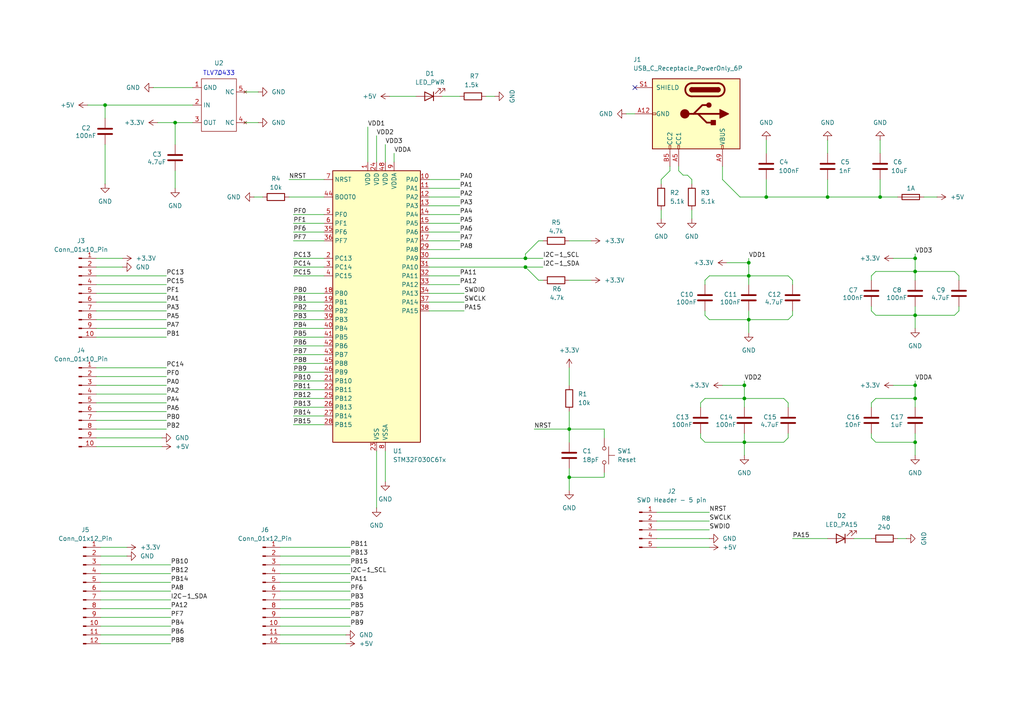
<source format=kicad_sch>
(kicad_sch (version 20231120) (generator "eeschema") (generator_version "8.0")
  (paper "A4")
  (lib_symbols
    (symbol "Connector:Conn_01x05_Pin" (pin_names (offset 1.016) hide)
      (property "Reference" "J" (at 0 7.62 0))
      (property "Value" "Conn_01x05_Pin" (at 0 -7.62 0))
      (symbol "Conn_01x05_Pin_1_1"
        (pin passive line (at 5.08 5.08 180) (length 3.81) (name "Pin_1") (number "1"))
        (pin passive line (at 5.08 2.54 180) (length 3.81) (name "Pin_2") (number "2"))
        (pin passive line (at 5.08 0 180) (length 3.81) (name "Pin_3") (number "3"))
        (pin passive line (at 5.08 -2.54 180) (length 3.81) (name "Pin_4") (number "4"))
        (pin passive line (at 5.08 -5.08 180) (length 3.81) (name "Pin_5") (number "5"))
      )
    )
    (symbol "Connector:Conn_01x10_Pin" (pin_names (offset 1.016) hide)
      (property "Reference" "J" (at 0 12.7 0))
      (property "Value" "Conn_01x10_Pin" (at 0 -15.24 0))
      (symbol "Conn_01x10_Pin_1_1"
        (pin passive line (at 5.08 10.16 180) (length 3.81) (name "Pin_1") (number "1"))
        (pin passive line (at 5.08 -12.7 180) (length 3.81) (name "Pin_10") (number "10"))
        (pin passive line (at 5.08 7.62 180) (length 3.81) (name "Pin_2") (number "2"))
        (pin passive line (at 5.08 5.08 180) (length 3.81) (name "Pin_3") (number "3"))
        (pin passive line (at 5.08 2.54 180) (length 3.81) (name "Pin_4") (number "4"))
        (pin passive line (at 5.08 0 180) (length 3.81) (name "Pin_5") (number "5"))
        (pin passive line (at 5.08 -2.54 180) (length 3.81) (name "Pin_6") (number "6"))
        (pin passive line (at 5.08 -5.08 180) (length 3.81) (name "Pin_7") (number "7"))
        (pin passive line (at 5.08 -7.62 180) (length 3.81) (name "Pin_8") (number "8"))
        (pin passive line (at 5.08 -10.16 180) (length 3.81) (name "Pin_9") (number "9"))
      )
    )
    (symbol "Connector:Conn_01x12_Pin" (pin_names (offset 1.016) hide)
      (property "Reference" "J" (at 0 15.24 0))
      (property "Value" "Conn_01x12_Pin" (at 0 -17.78 0))
      (symbol "Conn_01x12_Pin_1_1"
        (pin passive line (at 5.08 12.7 180) (length 3.81) (name "Pin_1") (number "1"))
        (pin passive line (at 5.08 -10.16 180) (length 3.81) (name "Pin_10") (number "10"))
        (pin passive line (at 5.08 -12.7 180) (length 3.81) (name "Pin_11") (number "11"))
        (pin passive line (at 5.08 -15.24 180) (length 3.81) (name "Pin_12") (number "12"))
        (pin passive line (at 5.08 10.16 180) (length 3.81) (name "Pin_2") (number "2"))
        (pin passive line (at 5.08 7.62 180) (length 3.81) (name "Pin_3") (number "3"))
        (pin passive line (at 5.08 5.08 180) (length 3.81) (name "Pin_4") (number "4"))
        (pin passive line (at 5.08 2.54 180) (length 3.81) (name "Pin_5") (number "5"))
        (pin passive line (at 5.08 0 180) (length 3.81) (name "Pin_6") (number "6"))
        (pin passive line (at 5.08 -2.54 180) (length 3.81) (name "Pin_7") (number "7"))
        (pin passive line (at 5.08 -5.08 180) (length 3.81) (name "Pin_8") (number "8"))
        (pin passive line (at 5.08 -7.62 180) (length 3.81) (name "Pin_9") (number "9"))
      )
    )
    (symbol "Connector:USB_C_Receptacle_PowerOnly_6P" (pin_names (offset 1.016))
      (property "Reference" "J" (at 0 16.51 0))
      (property "Value" "USB_C_Receptacle_PowerOnly_6P" (at 0 13.97 0))
      (symbol "USB_C_Receptacle_PowerOnly_6P_1_1"
        (pin passive line (at 0 -17.78 90) (length 5.08) (name "GND") (number "A12"))
        (pin bidirectional line (at 15.24 -5.08 180) (length 5.08) (name "CC1") (number "A5"))
        (pin passive line (at 15.24 7.62 180) (length 5.08) (name "VBUS") (number "A9"))
        (pin passive line (at 0 -17.78 90) (length 5.08) hide (name "GND") (number "B12"))
        (pin bidirectional line (at 15.24 -7.62 180) (length 5.08) (name "CC2") (number "B5"))
        (pin passive line (at 15.24 7.62 180) (length 5.08) hide (name "VBUS") (number "B9"))
        (pin passive line (at -7.62 -17.78 90) (length 5.08) (name "SHIELD") (number "S1"))
      )
    )
    (symbol "Device:C" (pin_numbers hide) (pin_names (offset 0.254))
      (property "Reference" "C" (at 0.635 2.54 0))
      (property "Value" "C" (at 0.635 -2.54 0))
      (symbol "C_1_1"
        (pin passive line (at 0 3.81 270) (length 2.794) (name "~") (number "1"))
        (pin passive line (at 0 -3.81 90) (length 2.794) (name "~") (number "2"))
      )
    )
    (symbol "Device:Fuse" (pin_numbers hide) (pin_names (offset 0))
      (property "Reference" "F" (at 2.032 0 90))
      (property "Value" "Fuse" (at -1.905 0 90))
      (symbol "Fuse_1_1"
        (pin passive line (at 0 3.81 270) (length 1.27) (name "~") (number "1"))
        (pin passive line (at 0 -3.81 90) (length 1.27) (name "~") (number "2"))
      )
    )
    (symbol "Device:LED" (pin_numbers hide) (pin_names (offset 1.016) hide)
      (property "Reference" "D" (at 0 2.54 0))
      (property "Value" "LED" (at 0 -2.54 0))
      (symbol "LED_1_1"
        (pin passive line (at -3.81 0 0) (length 2.54) (name "K") (number "1"))
        (pin passive line (at 3.81 0 180) (length 2.54) (name "A") (number "2"))
      )
    )
    (symbol "Device:R" (pin_numbers hide) (pin_names (offset 0))
      (property "Reference" "R" (at 2.032 0 90))
      (property "Value" "R" (at 0 0 90))
      (symbol "R_1_1"
        (pin passive line (at 0 3.81 270) (length 1.27) (name "~") (number "1"))
        (pin passive line (at 0 -3.81 90) (length 1.27) (name "~") (number "2"))
      )
    )
    (symbol "MCU_ST_STM32F0:STM32F030C6Tx"
      (property "Reference" "U" (at -12.7 41.91 0))
      (property "Value" "STM32F030C6Tx" (at 7.62 41.91 0))
      (symbol "STM32F030C6Tx_1_1"
        (pin power_in line (at -2.54 43.18 270) (length 2.54) (name "VDD") (number "1"))
        (pin bidirectional line (at 15.24 38.1 180) (length 2.54) (name "PA0") (number "10"))
        (pin bidirectional line (at 15.24 35.56 180) (length 2.54) (name "PA1") (number "11"))
        (pin bidirectional line (at 15.24 33.02 180) (length 2.54) (name "PA2") (number "12"))
        (pin bidirectional line (at 15.24 30.48 180) (length 2.54) (name "PA3") (number "13"))
        (pin bidirectional line (at 15.24 27.94 180) (length 2.54) (name "PA4") (number "14"))
        (pin bidirectional line (at 15.24 25.4 180) (length 2.54) (name "PA5") (number "15"))
        (pin bidirectional line (at 15.24 22.86 180) (length 2.54) (name "PA6") (number "16"))
        (pin bidirectional line (at 15.24 20.32 180) (length 2.54) (name "PA7") (number "17"))
        (pin bidirectional line (at -15.24 5.08 0) (length 2.54) (name "PB0") (number "18"))
        (pin bidirectional line (at -15.24 2.54 0) (length 2.54) (name "PB1") (number "19"))
        (pin bidirectional line (at -15.24 15.24 0) (length 2.54) (name "PC13") (number "2"))
        (pin bidirectional line (at -15.24 0 0) (length 2.54) (name "PB2") (number "20"))
        (pin bidirectional line (at -15.24 -20.32 0) (length 2.54) (name "PB10") (number "21"))
        (pin bidirectional line (at -15.24 -22.86 0) (length 2.54) (name "PB11") (number "22"))
        (pin power_in line (at 0 -40.64 90) (length 2.54) (name "VSS") (number "23"))
        (pin power_in line (at 0 43.18 270) (length 2.54) (name "VDD") (number "24"))
        (pin bidirectional line (at -15.24 -25.4 0) (length 2.54) (name "PB12") (number "25"))
        (pin bidirectional line (at -15.24 -27.94 0) (length 2.54) (name "PB13") (number "26"))
        (pin bidirectional line (at -15.24 -30.48 0) (length 2.54) (name "PB14") (number "27"))
        (pin bidirectional line (at -15.24 -33.02 0) (length 2.54) (name "PB15") (number "28"))
        (pin bidirectional line (at 15.24 17.78 180) (length 2.54) (name "PA8") (number "29"))
        (pin bidirectional line (at -15.24 12.7 0) (length 2.54) (name "PC14") (number "3"))
        (pin bidirectional line (at 15.24 15.24 180) (length 2.54) (name "PA9") (number "30"))
        (pin bidirectional line (at 15.24 12.7 180) (length 2.54) (name "PA10") (number "31"))
        (pin bidirectional line (at 15.24 10.16 180) (length 2.54) (name "PA11") (number "32"))
        (pin bidirectional line (at 15.24 7.62 180) (length 2.54) (name "PA12") (number "33"))
        (pin bidirectional line (at 15.24 5.08 180) (length 2.54) (name "PA13") (number "34"))
        (pin bidirectional line (at -15.24 22.86 0) (length 2.54) (name "PF6") (number "35"))
        (pin bidirectional line (at -15.24 20.32 0) (length 2.54) (name "PF7") (number "36"))
        (pin bidirectional line (at 15.24 2.54 180) (length 2.54) (name "PA14") (number "37"))
        (pin bidirectional line (at 15.24 0 180) (length 2.54) (name "PA15") (number "38"))
        (pin bidirectional line (at -15.24 -2.54 0) (length 2.54) (name "PB3") (number "39"))
        (pin bidirectional line (at -15.24 10.16 0) (length 2.54) (name "PC15") (number "4"))
        (pin bidirectional line (at -15.24 -5.08 0) (length 2.54) (name "PB4") (number "40"))
        (pin bidirectional line (at -15.24 -7.62 0) (length 2.54) (name "PB5") (number "41"))
        (pin bidirectional line (at -15.24 -10.16 0) (length 2.54) (name "PB6") (number "42"))
        (pin bidirectional line (at -15.24 -12.7 0) (length 2.54) (name "PB7") (number "43"))
        (pin input line (at -15.24 33.02 0) (length 2.54) (name "BOOT0") (number "44"))
        (pin bidirectional line (at -15.24 -15.24 0) (length 2.54) (name "PB8") (number "45"))
        (pin bidirectional line (at -15.24 -17.78 0) (length 2.54) (name "PB9") (number "46"))
        (pin passive line (at 0 -40.64 90) (length 2.54) hide (name "VSS") (number "47"))
        (pin power_in line (at 2.54 43.18 270) (length 2.54) (name "VDD") (number "48"))
        (pin bidirectional line (at -15.24 27.94 0) (length 2.54) (name "PF0") (number "5"))
        (pin bidirectional line (at -15.24 25.4 0) (length 2.54) (name "PF1") (number "6"))
        (pin input line (at -15.24 38.1 0) (length 2.54) (name "NRST") (number "7"))
        (pin power_in line (at 2.54 -40.64 90) (length 2.54) (name "VSSA") (number "8"))
        (pin power_in line (at 5.08 43.18 270) (length 2.54) (name "VDDA") (number "9"))
      )
    )
    (symbol "New_Library:TLV70450"
      (property "Reference" "U" (at 2.54 0 0))
      (symbol "TLV70450_1_1"
        (pin input line (at -7.62 5.08 0) (length 2.54) (name "GND") (number "1"))
        (pin input line (at -7.62 0 0) (length 2.54) (name "IN") (number "2"))
        (pin input line (at -7.62 -5.08 0) (length 2.54) (name "OUT") (number "3"))
        (pin no_connect line (at 7.62 -5.08 180) (length 2.54) (name "NC") (number "4"))
        (pin no_connect line (at 7.62 3.81 180) (length 2.54) (name "NC") (number "5"))
      )
    )
    (symbol "Switch:SW_Push" (pin_numbers hide) (pin_names (offset 1.016) hide)
      (property "Reference" "SW" (at 1.27 2.54 0))
      (property "Value" "SW_Push" (at 0 -1.524 0))
      (symbol "SW_Push_0_1"
        (pin passive line (at -5.08 0 0) (length 2.54) (name "1") (number "1"))
        (pin passive line (at 5.08 0 180) (length 2.54) (name "2") (number "2"))
      )
    )
    (symbol "power:+3.3V" (power) (pin_numbers hide) (pin_names (offset 0) hide)
      (property "Value" "+3.3V" (at 0 3.556 0))
      (symbol "+3.3V_1_1"
        (pin power_in line (at 0 0 90) (length 0) (name "~") (number "1"))
      )
    )
    (symbol "power:+5V" (power) (pin_numbers hide) (pin_names (offset 0) hide)
      (property "Value" "+5V" (at 0 3.556 0))
      (symbol "+5V_1_1"
        (pin power_in line (at 0 0 90) (length 0) (name "~") (number "1"))
      )
    )
    (symbol "power:GND" (power) (pin_numbers hide) (pin_names (offset 0) hide)
      (property "Value" "GND" (at 0 -3.81 0))
      (symbol "GND_1_1"
        (pin power_in line (at 0 0 270) (length 0) (name "~") (number "1"))
      )
    )
  )
  (junction (at 30.48 30.48))
  (junction (at 215.9 128.27))
  (junction (at 265.43 74.93))
  (junction (at 240.03 57.15))
  (junction (at 222.25 57.15))
  (junction (at 215.9 111.76))
  (junction (at 265.43 115.57))
  (junction (at 217.17 80.01))
  (junction (at 255.27 57.15))
  (junction (at 265.43 128.27))
  (junction (at 50.8 35.56))
  (junction (at 152.4 74.93))
  (junction (at 265.43 111.76))
  (junction (at 217.17 76.2))
  (junction (at 217.17 92.71))
  (junction (at 152.4 77.47))
  (junction (at 165.1 124.46))
  (junction (at 215.9 115.57))
  (junction (at 265.43 91.44))
  (junction (at 265.43 78.74))
  (junction (at 165.1 138.43))
  (no_connect (at 184.15 25.4))
  (wire (pts (xy 124.46 87.63) (xy 134.62 87.63)))
  (wire (pts (xy 85.09 105.41) (xy 93.98 105.41)))
  (wire (pts (xy 29.21 171.45) (xy 49.53 171.45)))
  (wire (pts (xy 265.43 78.74) (xy 265.43 81.28)))
  (wire (pts (xy 73.66 57.15) (xy 76.2 57.15)))
  (wire (pts (xy 124.46 67.31) (xy 133.35 67.31)))
  (wire (pts (xy 100.33 184.15) (xy 81.28 184.15)))
  (wire (pts (xy 154.94 124.46) (xy 165.1 124.46)))
  (wire (pts (xy 124.46 72.39) (xy 133.35 72.39)))
  (wire (pts (xy 265.43 74.93) (xy 265.43 78.74)))
  (wire (pts (xy 81.28 168.91) (xy 101.6 168.91)))
  (wire (pts (xy 215.9 110.49) (xy 215.9 111.76)))
  (wire (pts (xy 215.9 111.76) (xy 215.9 115.57)))
  (wire (pts (xy 196.85 49.53) (xy 198.12 50.8)))
  (wire (pts (xy 152.4 74.93) (xy 157.48 74.93)))
  (wire (pts (xy 85.09 69.85) (xy 93.98 69.85)))
  (wire (pts (xy 194.31 48.26) (xy 194.31 49.53)))
  (wire (pts (xy 25.4 30.48) (xy 30.48 30.48)))
  (wire (pts (xy 124.46 59.69) (xy 133.35 59.69)))
  (wire (pts (xy 191.77 60.96) (xy 191.77 63.5)))
  (wire (pts (xy 81.28 158.75) (xy 101.6 158.75)))
  (wire (pts (xy 111.76 130.81) (xy 111.76 139.7)))
  (wire (pts (xy 71.12 35.56) (xy 74.93 35.56)))
  (wire (pts (xy 190.5 153.67) (xy 205.74 153.67)))
  (wire (pts (xy 254 78.74) (xy 265.43 78.74)))
  (wire (pts (xy 50.8 49.53) (xy 50.8 54.61)))
  (wire (pts (xy 265.43 125.73) (xy 265.43 128.27)))
  (wire (pts (xy 265.43 110.49) (xy 265.43 111.76)))
  (wire (pts (xy 265.43 115.57) (xy 265.43 118.11)))
  (wire (pts (xy 83.82 52.07) (xy 93.98 52.07)))
  (wire (pts (xy 222.25 57.15) (xy 240.03 57.15)))
  (wire (pts (xy 27.94 119.38) (xy 48.26 119.38)))
  (wire (pts (xy 85.09 95.25) (xy 93.98 95.25)))
  (wire (pts (xy 44.45 25.4) (xy 55.88 25.4)))
  (wire (pts (xy 227.33 128.27) (xy 228.6 127)))
  (wire (pts (xy 81.28 166.37) (xy 101.6 166.37)))
  (wire (pts (xy 124.46 80.01) (xy 133.35 80.01)))
  (wire (pts (xy 124.46 69.85) (xy 133.35 69.85)))
  (wire (pts (xy 100.33 186.69) (xy 81.28 186.69)))
  (wire (pts (xy 205.74 80.01) (xy 217.17 80.01)))
  (wire (pts (xy 204.47 91.44) (xy 205.74 92.71)))
  (wire (pts (xy 124.46 77.47) (xy 152.4 77.47)))
  (wire (pts (xy 203.2 116.84) (xy 204.47 115.57)))
  (wire (pts (xy 29.21 184.15) (xy 49.53 184.15)))
  (wire (pts (xy 255.27 52.07) (xy 255.27 57.15)))
  (wire (pts (xy 217.17 74.93) (xy 217.17 76.2)))
  (wire (pts (xy 203.2 125.73) (xy 203.2 127)))
  (wire (pts (xy 165.1 124.46) (xy 165.1 128.27)))
  (wire (pts (xy 228.6 92.71) (xy 229.87 91.44)))
  (wire (pts (xy 252.73 118.11) (xy 252.73 116.84)))
  (wire (pts (xy 29.21 179.07) (xy 49.53 179.07)))
  (wire (pts (xy 229.87 81.28) (xy 229.87 82.55)))
  (wire (pts (xy 215.9 128.27) (xy 227.33 128.27)))
  (wire (pts (xy 228.6 116.84) (xy 228.6 118.11)))
  (wire (pts (xy 240.03 52.07) (xy 240.03 57.15)))
  (wire (pts (xy 215.9 115.57) (xy 227.33 115.57)))
  (wire (pts (xy 229.87 156.21) (xy 240.03 156.21)))
  (wire (pts (xy 203.2 127) (xy 204.47 128.27)))
  (wire (pts (xy 175.26 124.46) (xy 175.26 127)))
  (wire (pts (xy 265.43 111.76) (xy 265.43 115.57)))
  (wire (pts (xy 124.46 85.09) (xy 134.62 85.09)))
  (wire (pts (xy 85.09 110.49) (xy 93.98 110.49)))
  (wire (pts (xy 252.73 81.28) (xy 252.73 80.01)))
  (wire (pts (xy 205.74 92.71) (xy 217.17 92.71)))
  (wire (pts (xy 209.55 48.26) (xy 209.55 52.07)))
  (wire (pts (xy 124.46 90.17) (xy 134.62 90.17)))
  (wire (pts (xy 229.87 90.17) (xy 229.87 91.44)))
  (wire (pts (xy 217.17 80.01) (xy 228.6 80.01)))
  (wire (pts (xy 27.94 80.01) (xy 48.26 80.01)))
  (wire (pts (xy 85.09 74.93) (xy 93.98 74.93)))
  (wire (pts (xy 254 128.27) (xy 265.43 128.27)))
  (wire (pts (xy 165.1 135.89) (xy 165.1 138.43)))
  (wire (pts (xy 240.03 57.15) (xy 255.27 57.15)))
  (wire (pts (xy 27.94 85.09) (xy 48.26 85.09)))
  (wire (pts (xy 46.99 129.54) (xy 27.94 129.54)))
  (wire (pts (xy 252.73 125.73) (xy 252.73 127)))
  (wire (pts (xy 81.28 181.61) (xy 101.6 181.61)))
  (wire (pts (xy 27.94 92.71) (xy 48.26 92.71)))
  (wire (pts (xy 194.31 49.53) (xy 191.77 52.07)))
  (wire (pts (xy 85.09 102.87) (xy 93.98 102.87)))
  (wire (pts (xy 265.43 128.27) (xy 265.43 132.08)))
  (wire (pts (xy 152.4 77.47) (xy 156.21 81.28)))
  (wire (pts (xy 124.46 52.07) (xy 133.35 52.07)))
  (wire (pts (xy 83.82 57.15) (xy 93.98 57.15)))
  (wire (pts (xy 190.5 151.13) (xy 205.74 151.13)))
  (wire (pts (xy 29.21 173.99) (xy 49.53 173.99)))
  (wire (pts (xy 165.1 69.85) (xy 171.45 69.85)))
  (wire (pts (xy 156.21 69.85) (xy 157.48 69.85)))
  (wire (pts (xy 259.08 111.76) (xy 265.43 111.76)))
  (wire (pts (xy 29.21 176.53) (xy 49.53 176.53)))
  (wire (pts (xy 29.21 186.69) (xy 49.53 186.69)))
  (wire (pts (xy 85.09 67.31) (xy 93.98 67.31)))
  (wire (pts (xy 124.46 62.23) (xy 133.35 62.23)))
  (wire (pts (xy 27.94 116.84) (xy 48.26 116.84)))
  (wire (pts (xy 27.94 124.46) (xy 48.26 124.46)))
  (wire (pts (xy 165.1 138.43) (xy 175.26 138.43)))
  (wire (pts (xy 30.48 41.91) (xy 30.48 53.34)))
  (wire (pts (xy 198.12 50.8) (xy 199.39 50.8)))
  (wire (pts (xy 204.47 82.55) (xy 204.47 81.28)))
  (wire (pts (xy 124.46 54.61) (xy 133.35 54.61)))
  (wire (pts (xy 85.09 92.71) (xy 93.98 92.71)))
  (wire (pts (xy 265.43 91.44) (xy 265.43 95.25)))
  (wire (pts (xy 27.94 82.55) (xy 48.26 82.55)))
  (wire (pts (xy 85.09 118.11) (xy 93.98 118.11)))
  (wire (pts (xy 210.82 76.2) (xy 217.17 76.2)))
  (wire (pts (xy 81.28 179.07) (xy 101.6 179.07)))
  (wire (pts (xy 124.46 57.15) (xy 133.35 57.15)))
  (wire (pts (xy 165.1 124.46) (xy 175.26 124.46)))
  (wire (pts (xy 111.76 41.91) (xy 111.76 46.99)))
  (wire (pts (xy 217.17 76.2) (xy 217.17 80.01)))
  (wire (pts (xy 85.09 120.65) (xy 93.98 120.65)))
  (wire (pts (xy 259.08 74.93) (xy 265.43 74.93)))
  (wire (pts (xy 27.94 121.92) (xy 48.26 121.92)))
  (wire (pts (xy 165.1 81.28) (xy 171.45 81.28)))
  (wire (pts (xy 209.55 111.76) (xy 215.9 111.76)))
  (wire (pts (xy 255.27 57.15) (xy 260.35 57.15)))
  (wire (pts (xy 27.94 95.25) (xy 48.26 95.25)))
  (wire (pts (xy 252.73 80.01) (xy 254 78.74)))
  (wire (pts (xy 81.28 171.45) (xy 101.6 171.45)))
  (wire (pts (xy 27.94 106.68) (xy 48.26 106.68)))
  (wire (pts (xy 45.72 35.56) (xy 50.8 35.56)))
  (wire (pts (xy 190.5 156.21) (xy 205.74 156.21)))
  (wire (pts (xy 128.27 27.94) (xy 133.35 27.94)))
  (wire (pts (xy 276.86 91.44) (xy 278.13 90.17)))
  (wire (pts (xy 124.46 74.93) (xy 152.4 74.93)))
  (wire (pts (xy 27.94 87.63) (xy 48.26 87.63)))
  (wire (pts (xy 190.5 158.75) (xy 205.74 158.75)))
  (wire (pts (xy 152.4 77.47) (xy 157.48 77.47)))
  (wire (pts (xy 190.5 148.59) (xy 205.74 148.59)))
  (wire (pts (xy 113.03 27.94) (xy 120.65 27.94)))
  (wire (pts (xy 199.39 50.8) (xy 200.66 52.07)))
  (wire (pts (xy 165.1 138.43) (xy 165.1 142.24)))
  (wire (pts (xy 124.46 64.77) (xy 133.35 64.77)))
  (wire (pts (xy 196.85 48.26) (xy 196.85 49.53)))
  (wire (pts (xy 203.2 118.11) (xy 203.2 116.84)))
  (wire (pts (xy 27.94 111.76) (xy 48.26 111.76)))
  (wire (pts (xy 27.94 114.3) (xy 48.26 114.3)))
  (wire (pts (xy 204.47 128.27) (xy 215.9 128.27)))
  (wire (pts (xy 228.6 125.73) (xy 228.6 127)))
  (wire (pts (xy 215.9 115.57) (xy 215.9 118.11)))
  (wire (pts (xy 85.09 90.17) (xy 93.98 90.17)))
  (wire (pts (xy 267.97 57.15) (xy 271.78 57.15)))
  (wire (pts (xy 214.63 57.15) (xy 222.25 57.15)))
  (wire (pts (xy 85.09 80.01) (xy 93.98 80.01)))
  (wire (pts (xy 255.27 40.64) (xy 255.27 44.45)))
  (wire (pts (xy 165.1 119.38) (xy 165.1 124.46)))
  (wire (pts (xy 217.17 92.71) (xy 217.17 96.52)))
  (wire (pts (xy 209.55 52.07) (xy 214.63 57.15)))
  (wire (pts (xy 85.09 107.95) (xy 93.98 107.95)))
  (wire (pts (xy 156.21 81.28) (xy 157.48 81.28)))
  (wire (pts (xy 252.73 127) (xy 254 128.27)))
  (wire (pts (xy 85.09 77.47) (xy 93.98 77.47)))
  (wire (pts (xy 217.17 80.01) (xy 217.17 82.55)))
  (wire (pts (xy 260.35 156.21) (xy 262.89 156.21)))
  (wire (pts (xy 204.47 90.17) (xy 204.47 91.44)))
  (wire (pts (xy 29.21 158.75) (xy 36.83 158.75)))
  (wire (pts (xy 109.22 39.37) (xy 109.22 46.99)))
  (wire (pts (xy 114.3 44.45) (xy 114.3 46.99)))
  (wire (pts (xy 265.43 78.74) (xy 276.86 78.74)))
  (wire (pts (xy 85.09 87.63) (xy 93.98 87.63)))
  (wire (pts (xy 252.73 88.9) (xy 252.73 90.17)))
  (wire (pts (xy 85.09 85.09) (xy 93.98 85.09)))
  (wire (pts (xy 215.9 125.73) (xy 215.9 128.27)))
  (wire (pts (xy 254 91.44) (xy 265.43 91.44)))
  (wire (pts (xy 252.73 116.84) (xy 254 115.57)))
  (wire (pts (xy 85.09 97.79) (xy 93.98 97.79)))
  (wire (pts (xy 81.28 173.99) (xy 101.6 173.99)))
  (wire (pts (xy 217.17 92.71) (xy 228.6 92.71)))
  (wire (pts (xy 252.73 90.17) (xy 254 91.44)))
  (wire (pts (xy 204.47 81.28) (xy 205.74 80.01)))
  (wire (pts (xy 29.21 181.61) (xy 49.53 181.61)))
  (wire (pts (xy 50.8 35.56) (xy 50.8 41.91)))
  (wire (pts (xy 81.28 176.53) (xy 101.6 176.53)))
  (wire (pts (xy 81.28 163.83) (xy 101.6 163.83)))
  (wire (pts (xy 247.65 156.21) (xy 252.73 156.21)))
  (wire (pts (xy 27.94 109.22) (xy 48.26 109.22)))
  (wire (pts (xy 278.13 88.9) (xy 278.13 90.17)))
  (wire (pts (xy 46.99 127) (xy 27.94 127)))
  (wire (pts (xy 71.12 26.67) (xy 74.93 26.67)))
  (wire (pts (xy 30.48 30.48) (xy 30.48 34.29)))
  (wire (pts (xy 85.09 113.03) (xy 93.98 113.03)))
  (wire (pts (xy 152.4 73.66) (xy 152.4 74.93)))
  (wire (pts (xy 200.66 52.07) (xy 200.66 53.34)))
  (wire (pts (xy 85.09 100.33) (xy 93.98 100.33)))
  (wire (pts (xy 175.26 137.16) (xy 175.26 138.43)))
  (wire (pts (xy 204.47 115.57) (xy 215.9 115.57)))
  (wire (pts (xy 191.77 52.07) (xy 191.77 53.34)))
  (wire (pts (xy 140.97 27.94) (xy 143.51 27.94)))
  (wire (pts (xy 85.09 62.23) (xy 93.98 62.23)))
  (wire (pts (xy 165.1 106.68) (xy 165.1 111.76)))
  (wire (pts (xy 265.43 91.44) (xy 276.86 91.44)))
  (wire (pts (xy 29.21 163.83) (xy 49.53 163.83)))
  (wire (pts (xy 240.03 40.64) (xy 240.03 44.45)))
  (wire (pts (xy 228.6 80.01) (xy 229.87 81.28)))
  (wire (pts (xy 29.21 168.91) (xy 49.53 168.91)))
  (wire (pts (xy 85.09 115.57) (xy 93.98 115.57)))
  (wire (pts (xy 109.22 130.81) (xy 109.22 147.32)))
  (wire (pts (xy 27.94 90.17) (xy 48.26 90.17)))
  (wire (pts (xy 152.4 73.66) (xy 156.21 69.85)))
  (wire (pts (xy 27.94 97.79) (xy 48.26 97.79)))
  (wire (pts (xy 222.25 40.64) (xy 222.25 44.45)))
  (wire (pts (xy 30.48 30.48) (xy 55.88 30.48)))
  (wire (pts (xy 106.68 36.83) (xy 106.68 46.99)))
  (wire (pts (xy 200.66 60.96) (xy 200.66 63.5)))
  (wire (pts (xy 50.8 35.56) (xy 55.88 35.56)))
  (wire (pts (xy 265.43 73.66) (xy 265.43 74.93)))
  (wire (pts (xy 85.09 64.77) (xy 93.98 64.77)))
  (wire (pts (xy 124.46 82.55) (xy 133.35 82.55)))
  (wire (pts (xy 227.33 115.57) (xy 228.6 116.84)))
  (wire (pts (xy 215.9 128.27) (xy 215.9 132.08)))
  (wire (pts (xy 278.13 80.01) (xy 278.13 81.28)))
  (wire (pts (xy 27.94 77.47) (xy 35.56 77.47)))
  (wire (pts (xy 254 115.57) (xy 265.43 115.57)))
  (wire (pts (xy 85.09 123.19) (xy 93.98 123.19)))
  (wire (pts (xy 29.21 161.29) (xy 36.83 161.29)))
  (wire (pts (xy 27.94 74.93) (xy 35.56 74.93)))
  (wire (pts (xy 217.17 90.17) (xy 217.17 92.71)))
  (wire (pts (xy 181.61 33.02) (xy 184.15 33.02)))
  (wire (pts (xy 81.28 161.29) (xy 101.6 161.29)))
  (wire (pts (xy 276.86 78.74) (xy 278.13 80.01)))
  (wire (pts (xy 29.21 166.37) (xy 49.53 166.37)))
  (wire (pts (xy 222.25 52.07) (xy 222.25 57.15)))
  (wire (pts (xy 265.43 88.9) (xy 265.43 91.44)))
  (text "TLV70433" (at 63.5 21.336 0) (effects (font (size 1.27 1.27))))
  (label "PB0" (at 85.09 85.09 0))
  (label "PB14" (at 85.09 120.65 0))
  (label "NRST" (at 154.94 124.46 0))
  (label "PA3" (at 133.35 59.69 0))
  (label "PB11" (at 85.09 113.03 0))
  (label "PB12" (at 49.53 166.37 0))
  (label "SWDIO" (at 205.74 153.67 0))
  (label "PB5" (at 85.09 97.79 0))
  (label "PB13" (at 101.6 161.29 0))
  (label "PB8" (at 49.53 186.69 0))
  (label "PB10" (at 49.53 163.83 0))
  (label "PB13" (at 85.09 118.11 0))
  (label "PA2" (at 133.35 57.15 0))
  (label "SWDIO" (at 134.62 85.09 0))
  (label "PA5" (at 133.35 64.77 0))
  (label "SWCLK" (at 134.62 87.63 0))
  (label "PC15" (at 48.26 82.55 0))
  (label "PB7" (at 85.09 102.87 0))
  (label "I2C-1_SDA" (at 49.53 173.99 0))
  (label "VDDA" (at 265.43 110.49 0))
  (label "PA12" (at 49.53 176.53 0))
  (label "PB5" (at 101.6 176.53 0))
  (label "I2C-1_SCL" (at 101.6 166.37 0))
  (label "NRST" (at 205.74 148.59 0))
  (label "PF0" (at 85.09 62.23 0))
  (label "PA4" (at 133.35 62.23 0))
  (label "SWCLK" (at 205.74 151.13 0))
  (label "PF1" (at 48.26 85.09 0))
  (label "PC15" (at 85.09 80.01 0))
  (label "PC14" (at 85.09 77.47 0))
  (label "VDD1" (at 217.17 74.93 0))
  (label "PA4" (at 48.26 116.84 0))
  (label "NRST" (at 83.82 52.07 0))
  (label "PB9" (at 101.6 181.61 0))
  (label "PB12" (at 85.09 115.57 0))
  (label "PB2" (at 48.26 124.46 0))
  (label "VDD2" (at 215.9 110.49 0))
  (label "PB4" (at 85.09 95.25 0))
  (label "PA0" (at 133.35 52.07 0))
  (label "PB3" (at 101.6 173.99 0))
  (label "PA7" (at 133.35 69.85 0))
  (label "I2C-1_SCL" (at 157.48 74.93 0))
  (label "PA3" (at 48.26 90.17 0))
  (label "PA6" (at 133.35 67.31 0))
  (label "PF1" (at 85.09 64.77 0))
  (label "PB15" (at 85.09 123.19 0))
  (label "PC14" (at 48.26 106.68 0))
  (label "PA2" (at 48.26 114.3 0))
  (label "PC13" (at 48.26 80.01 0))
  (label "VDD2" (at 109.22 39.37 0))
  (label "I2C-1_SDA" (at 157.48 77.47 0))
  (label "PF7" (at 49.53 179.07 0))
  (label "PA15" (at 134.62 90.17 0))
  (label "PF7" (at 85.09 69.85 0))
  (label "VDDA" (at 114.3 44.45 0))
  (label "VDD3" (at 265.43 73.66 0))
  (label "VDD3" (at 111.76 41.91 0))
  (label "PF0" (at 48.26 109.22 0))
  (label "PA0" (at 48.26 111.76 0))
  (label "PA1" (at 133.35 54.61 0))
  (label "PB2" (at 85.09 90.17 0))
  (label "PA7" (at 48.26 95.25 0))
  (label "PB14" (at 49.53 168.91 0))
  (label "PB6" (at 85.09 100.33 0))
  (label "PA8" (at 49.53 171.45 0))
  (label "PF6" (at 85.09 67.31 0))
  (label "PA11" (at 101.6 168.91 0))
  (label "PB15" (at 101.6 163.83 0))
  (label "PA5" (at 48.26 92.71 0))
  (label "PC13" (at 85.09 74.93 0))
  (label "VDD1" (at 106.68 36.83 0))
  (label "PB9" (at 85.09 107.95 0))
  (label "PB7" (at 101.6 179.07 0))
  (label "PA6" (at 48.26 119.38 0))
  (label "PB3" (at 85.09 92.71 0))
  (label "PB1" (at 85.09 87.63 0))
  (label "PB10" (at 85.09 110.49 0))
  (label "PA8" (at 133.35 72.39 0))
  (label "PA11" (at 133.35 80.01 0))
  (label "PB8" (at 85.09 105.41 0))
  (label "PA15" (at 229.87 156.21 0))
  (label "PF6" (at 101.6 171.45 0))
  (label "PB4" (at 49.53 181.61 0))
  (label "PA1" (at 48.26 87.63 0))
  (label "PB0" (at 48.26 121.92 0))
  (label "PB6" (at 49.53 184.15 0))
  (label "PB11" (at 101.6 158.75 0))
  (label "PB1" (at 48.26 97.79 0))
  (label "PA12" (at 133.35 82.55 0))
  (symbol (lib_id "New_Library:TLV70450") (at 63.5 30.48 0) (unit 1)
    (property "Reference" "U2" (at 63.5 18.288 0))
    (property "Value" "~" (at 63.5 21.59 0))
    (property "Footprint" "Package_TO_SOT_SMD:SOT-23-5" (effects (hide yes)))
  )
  (symbol (lib_id "power:+3.3V") (at 165.1 106.68 0) (unit 1)
    (property "Reference" "#PWR02" (effects (hide yes)))
    (property "Value" "+3.3V" (at 165.1 101.6 0))
    (property "Description" "Power symbol creates a global label with name \"+3.3V\"" (effects (hide yes)))
  )
  (symbol (lib_id "MCU_ST_STM32F0:STM32F030C6Tx") (at 109.22 90.17 0) (unit 1)
    (property "Reference" "U1" (at 113.9541 130.81 0) (effects (justify left)))
    (property "Value" "STM32F030C6Tx" (at 113.9541 133.35 0) (effects (justify left)))
    (property "Footprint" "Package_QFP:LQFP-48_7x7mm_P0.5mm" (effects (hide yes)))
    (property "Datasheet" "https://www.st.com/resource/en/datasheet/stm32f030c6.pdf" (effects (hide yes)))
    (property "Description" "STMicroelectronics Arm Cortex-M0 MCU, 32KB flash, 4KB RAM, 48 MHz, 2.4-3.6V, 39 GPIO, LQFP48" (effects (hide yes)))
  )
  (symbol (lib_id "Device:Fuse") (at 264.16 57.15 90) (unit 1)
    (property "Reference" "F1" (effects (hide yes)))
    (property "Value" "1A" (at 264.16 54.61 90))
    (property "Footprint" "Library:1A Fuse" (effects (hide yes)))
    (property "Description" "Fuse" (effects (hide yes)))
  )
  (symbol (lib_id "power:+5V") (at 113.03 27.94 90) (unit 1)
    (property "Reference" "#PWR033" (effects (hide yes)))
    (property "Value" "+5V" (at 109.22 27.9399 90) (effects (justify left)))
    (property "Description" "Power symbol creates a global label with name \"+5V\"" (effects (hide yes)))
  )
  (symbol (lib_id "power:GND") (at 74.93 35.56 90) (unit 1)
    (property "Reference" "#PWR011" (effects (hide yes)))
    (property "Value" "GND" (at 78.74 35.5599 90) (effects (justify right)))
    (property "Description" "Power symbol creates a global label with name \"GND\" , ground" (effects (hide yes)))
  )
  (symbol (lib_id "power:GND") (at 44.45 25.4 270) (unit 1)
    (property "Reference" "#PWR08" (effects (hide yes)))
    (property "Value" "GND" (at 40.64 25.3999 90) (effects (justify right)))
    (property "Description" "Power symbol creates a global label with name \"GND\" , ground" (effects (hide yes)))
  )
  (symbol (lib_id "Connector:Conn_01x05_Pin") (at 185.42 153.67 0) (unit 1)
    (property "Reference" "J2" (at 194.818 142.494 0))
    (property "Value" "SWD Header - 5 pin" (at 194.818 145.034 0))
    (property "Footprint" "Connector_PinHeader_2.54mm:PinHeader_1x05_P2.54mm_Vertical" (effects (hide yes)))
    (property "Description" "Generic connector, single row, 01x05, script generated" (effects (hide yes)))
  )
  (symbol (lib_id "Connector:USB_C_Receptacle_PowerOnly_6P") (at 201.93 33.02 270) (unit 1)
    (property "Reference" "J1" (at 183.642 17.272 90) (effects (justify left)))
    (property "Value" "USB_C_Receptacle_PowerOnly_6P" (at 183.642 19.812 90) (effects (justify left)))
    (property "Footprint" "Connector_USB:USB_C_Receptacle_GCT_USB4125-xx-x_6P_TopMnt_Horizontal" (effects (hide yes)))
    (property "Datasheet" "https://www.usb.org/sites/default/files/documents/usb_type-c.zip" (effects (hide yes)))
    (property "Description" "USB Power-Only 6P Type-C Receptacle connector" (effects (hide yes)))
  )
  (symbol (lib_id "power:+5V") (at 25.4 30.48 90) (unit 1)
    (property "Reference" "#PWR07" (effects (hide yes)))
    (property "Value" "+5V" (at 21.59 30.4799 90) (effects (justify left)))
    (property "Description" "Power symbol creates a global label with name \"+5V\"" (effects (hide yes)))
  )
  (symbol (lib_id "power:GND") (at 200.66 63.5 0) (unit 1)
    (property "Reference" "#PWR012" (effects (hide yes)))
    (property "Value" "GND" (at 200.66 68.58 0))
    (property "Description" "Power symbol creates a global label with name \"GND\" , ground" (effects (hide yes)))
  )
  (symbol (lib_id "Device:R") (at 191.77 57.15 0) (unit 1)
    (property "Reference" "R2" (at 194.31 55.8799 0) (effects (justify left)))
    (property "Value" "5.1k" (at 194.31 58.4199 0) (effects (justify left)))
    (property "Footprint" "Resistor_SMD:R_0603_1608Metric" (effects (hide yes)))
    (property "Description" "Resistor" (effects (hide yes)))
  )
  (symbol (lib_id "power:GND") (at 181.61 33.02 270) (unit 1)
    (property "Reference" "#PWR04" (effects (hide yes)))
    (property "Value" "GND" (at 177.8 33.0199 90) (effects (justify right)))
    (property "Description" "Power symbol creates a global label with name \"GND\" , ground" (effects (hide yes)))
  )
  (symbol (lib_id "power:+3.3V") (at 36.83 158.75 270) (unit 1)
    (property "Reference" "#PWR039" (effects (hide yes)))
    (property "Value" "+3.3V" (at 40.64 158.7499 90) (effects (justify left)))
    (property "Description" "Power symbol creates a global label with name \"+3.3V\"" (effects (hide yes)))
  )
  (symbol (lib_id "Device:C") (at 255.27 48.26 0) (unit 1)
    (property "Reference" "C6" (at 260.35 46.99 0))
    (property "Value" "10uF" (at 260.858 49.53 0))
    (property "Footprint" "Capacitor_SMD:C_0805_2012Metric" (effects (hide yes)))
    (property "Description" "Unpolarized capacitor" (effects (hide yes)))
  )
  (symbol (lib_id "Device:C") (at 30.48 38.1 180) (unit 1)
    (property "Reference" "C2" (at 24.9555 37.1475 0))
    (property "Value" "100nF" (at 24.892 39.37 0))
    (property "Footprint" "Capacitor_SMD:C_0603_1608Metric" (effects (hide yes)))
    (property "Description" "Unpolarized capacitor" (effects (hide yes)))
  )
  (symbol (lib_id "Device:C") (at 240.03 48.26 0) (unit 1)
    (property "Reference" "C5" (at 245.11 46.99 0))
    (property "Value" "1nF" (at 245.11 49.53 0))
    (property "Footprint" "Capacitor_SMD:C_0603_1608Metric" (effects (hide yes)))
    (property "Description" "Unpolarized capacitor" (effects (hide yes)))
  )
  (symbol (lib_id "power:+3.3V") (at 45.72 35.56 90) (unit 1)
    (property "Reference" "#PWR017" (effects (hide yes)))
    (property "Value" "+3.3V" (at 41.91 35.5599 90) (effects (justify left)))
    (property "Description" "Power symbol creates a global label with name \"+3.3V\"" (effects (hide yes)))
  )
  (symbol (lib_id "power:+3.3V") (at 171.45 81.28 270) (unit 1)
    (property "Reference" "#PWR031" (effects (hide yes)))
    (property "Value" "+3.3V" (at 175.26 81.2799 90) (effects (justify left)))
    (property "Description" "Power symbol creates a global label with name \"+3.3V\"" (effects (hide yes)))
  )
  (symbol (lib_id "Device:C") (at 252.73 121.92 180) (unit 1)
    (property "Reference" "C16" (at 247.4595 120.9675 0))
    (property "Value" "10nF" (at 247.396 123.19 0))
    (property "Footprint" "Capacitor_SMD:C_0603_1608Metric" (effects (hide yes)))
    (property "Description" "Unpolarized capacitor" (effects (hide yes)))
  )
  (symbol (lib_id "power:GND") (at 36.83 161.29 90) (unit 1)
    (property "Reference" "#PWR040" (effects (hide yes)))
    (property "Value" "GND" (at 40.64 161.2899 90) (effects (justify right)))
    (property "Description" "Power symbol creates a global label with name \"GND\" , ground" (effects (hide yes)))
  )
  (symbol (lib_id "power:+5V") (at 271.78 57.15 270) (unit 1)
    (property "Reference" "#PWR013" (effects (hide yes)))
    (property "Value" "+5V" (at 275.59 57.1499 90) (effects (justify left)))
    (property "Description" "Power symbol creates a global label with name \"+5V\"" (effects (hide yes)))
  )
  (symbol (lib_id "Device:C") (at 165.1 132.08 0) (unit 1)
    (property "Reference" "C1" (at 168.91 130.8099 0) (effects (justify left)))
    (property "Value" "18pF" (at 168.91 133.3499 0) (effects (justify left)))
    (property "Footprint" "Capacitor_SMD:C_0603_1608Metric" (effects (hide yes)))
    (property "Description" "Unpolarized capacitor" (effects (hide yes)))
  )
  (symbol (lib_id "Device:C") (at 228.6 121.92 180) (unit 1)
    (property "Reference" "C15" (at 223.3295 120.9675 0))
    (property "Value" "4.7uF" (at 223.266 123.19 0))
    (property "Footprint" "Capacitor_SMD:C_0603_1608Metric" (effects (hide yes)))
    (property "Description" "Unpolarized capacitor" (effects (hide yes)))
  )
  (symbol (lib_id "power:+3.3V") (at 259.08 74.93 90) (unit 1)
    (property "Reference" "#PWR022" (effects (hide yes)))
    (property "Value" "+3.3V" (at 255.27 74.9299 90) (effects (justify left)))
    (property "Description" "Power symbol creates a global label with name \"+3.3V\"" (effects (hide yes)))
  )
  (symbol (lib_id "power:GND") (at 222.25 40.64 180) (unit 1)
    (property "Reference" "#PWR015" (effects (hide yes)))
    (property "Value" "GND" (at 222.25 35.56 0))
    (property "Description" "Power symbol creates a global label with name \"GND\" , ground" (effects (hide yes)))
  )
  (symbol (lib_id "power:GND") (at 143.51 27.94 90) (unit 1)
    (property "Reference" "#PWR032" (effects (hide yes)))
    (property "Value" "GND" (at 148.59 27.94 0))
    (property "Description" "Power symbol creates a global label with name \"GND\" , ground" (effects (hide yes)))
  )
  (symbol (lib_id "Device:C") (at 252.73 85.09 180) (unit 1)
    (property "Reference" "C7" (at 247.4595 84.1375 0))
    (property "Value" "100nF" (at 247.396 86.36 0))
    (property "Footprint" "Capacitor_SMD:C_0603_1608Metric" (effects (hide yes)))
    (property "Description" "Unpolarized capacitor" (effects (hide yes)))
  )
  (symbol (lib_id "power:GND") (at 109.22 147.32 0) (unit 1)
    (property "Reference" "#PWR01" (effects (hide yes)))
    (property "Value" "GND" (at 109.22 152.4 0))
    (property "Description" "Power symbol creates a global label with name \"GND\" , ground" (effects (hide yes)))
  )
  (symbol (lib_id "Device:LED") (at 124.46 27.94 180) (unit 1)
    (property "Reference" "D1" (at 124.714 21.336 0))
    (property "Value" "LED_PWR" (at 124.714 23.876 0))
    (property "Footprint" "LED_SMD:LED_0603_1608Metric" (effects (hide yes)))
    (property "Description" "Light emitting diode" (effects (hide yes)))
  )
  (symbol (lib_id "Device:R") (at 161.29 81.28 90) (unit 1)
    (property "Reference" "R6" (at 161.544 83.82 90))
    (property "Value" "4.7k" (at 161.544 86.36 90))
    (property "Footprint" "Resistor_SMD:R_1206_3216Metric" (effects (hide yes)))
    (property "Description" "Resistor" (effects (hide yes)))
  )
  (symbol (lib_id "Connector:Conn_01x12_Pin") (at 24.13 171.45 0) (unit 1)
    (property "Reference" "J5" (at 24.765 153.67 0))
    (property "Value" "Conn_01x12_Pin" (at 24.765 156.21 0))
    (property "Footprint" "Connector_PinHeader_2.54mm:PinHeader_1x12_P2.54mm_Vertical" (effects (hide yes)))
    (property "Description" "Generic connector, single row, 01x12, script generated" (effects (hide yes)))
  )
  (symbol (lib_id "Device:C") (at 222.25 48.26 0) (unit 1)
    (property "Reference" "C4" (at 227.33 46.99 0))
    (property "Value" "100nF" (at 228.854 49.53 0))
    (property "Footprint" "Capacitor_SMD:C_0603_1608Metric" (effects (hide yes)))
    (property "Description" "Unpolarized capacitor" (effects (hide yes)))
  )
  (symbol (lib_id "power:GND") (at 74.93 26.67 90) (unit 1)
    (property "Reference" "#PWR010" (effects (hide yes)))
    (property "Value" "GND" (at 78.74 26.6699 90) (effects (justify right)))
    (property "Description" "Power symbol creates a global label with name \"GND\" , ground" (effects (hide yes)))
  )
  (symbol (lib_id "Device:R") (at 80.01 57.15 90) (unit 1)
    (property "Reference" "R4" (at 80.01 51.816 90))
    (property "Value" "10k" (at 80.01 54.356 90))
    (property "Footprint" "Resistor_SMD:R_1206_3216Metric" (effects (hide yes)))
    (property "Description" "Resistor" (effects (hide yes)))
  )
  (symbol (lib_id "power:GND") (at 215.9 132.08 0) (unit 1)
    (property "Reference" "#PWR020" (effects (hide yes)))
    (property "Value" "GND" (at 215.9 137.16 0))
    (property "Description" "Power symbol creates a global label with name \"GND\" , ground" (effects (hide yes)))
  )
  (symbol (lib_id "power:GND") (at 262.89 156.21 90) (unit 1)
    (property "Reference" "#PWR035" (effects (hide yes)))
    (property "Value" "GND" (at 267.97 156.21 0))
    (property "Description" "Power symbol creates a global label with name \"GND\" , ground" (effects (hide yes)))
  )
  (symbol (lib_id "power:GND") (at 46.99 127 90) (unit 1)
    (property "Reference" "#PWR037" (effects (hide yes)))
    (property "Value" "GND" (at 50.8 126.9999 90) (effects (justify right)))
    (property "Description" "Power symbol creates a global label with name \"GND\" , ground" (effects (hide yes)))
  )
  (symbol (lib_id "power:GND") (at 205.74 156.21 90) (unit 1)
    (property "Reference" "#PWR029" (effects (hide yes)))
    (property "Value" "GND" (at 209.55 156.2099 90) (effects (justify right)))
    (property "Description" "Power symbol creates a global label with name \"GND\" , ground" (effects (hide yes)))
  )
  (symbol (lib_id "Device:R") (at 200.66 57.15 0) (unit 1)
    (property "Reference" "R3" (at 203.2 55.8799 0) (effects (justify left)))
    (property "Value" "5.1k" (at 203.2 58.4199 0) (effects (justify left)))
    (property "Footprint" "Resistor_SMD:R_0603_1608Metric" (effects (hide yes)))
    (property "Description" "Resistor" (effects (hide yes)))
  )
  (symbol (lib_id "power:GND") (at 50.8 54.61 0) (unit 1)
    (property "Reference" "#PWR09" (effects (hide yes)))
    (property "Value" "GND" (at 50.8 59.69 0))
    (property "Description" "Power symbol creates a global label with name \"GND\" , ground" (effects (hide yes)))
  )
  (symbol (lib_id "power:GND") (at 217.17 96.52 0) (unit 1)
    (property "Reference" "#PWR019" (effects (hide yes)))
    (property "Value" "GND" (at 217.17 101.6 0))
    (property "Description" "Power symbol creates a global label with name \"GND\" , ground" (effects (hide yes)))
  )
  (symbol (lib_id "Device:LED") (at 243.84 156.21 180) (unit 1)
    (property "Reference" "D2" (at 244.094 149.606 0))
    (property "Value" "LED_PA15" (at 244.094 152.146 0))
    (property "Footprint" "LED_SMD:LED_0603_1608Metric" (effects (hide yes)))
    (property "Description" "Light emitting diode" (effects (hide yes)))
  )
  (symbol (lib_id "power:GND") (at 111.76 139.7 0) (unit 1)
    (property "Reference" "#PWR027" (effects (hide yes)))
    (property "Value" "GND" (at 111.76 144.78 0))
    (property "Description" "Power symbol creates a global label with name \"GND\" , ground" (effects (hide yes)))
  )
  (symbol (lib_id "power:+3.3V") (at 209.55 111.76 90) (unit 1)
    (property "Reference" "#PWR023" (effects (hide yes)))
    (property "Value" "+3.3V" (at 205.74 111.7599 90) (effects (justify left)))
    (property "Description" "Power symbol creates a global label with name \"+3.3V\"" (effects (hide yes)))
  )
  (symbol (lib_id "power:GND") (at 100.33 184.15 90) (unit 1)
    (property "Reference" "#PWR041" (effects (hide yes)))
    (property "Value" "GND" (at 104.14 184.1499 90) (effects (justify right)))
    (property "Description" "Power symbol creates a global label with name \"GND\" , ground" (effects (hide yes)))
  )
  (symbol (lib_id "power:GND") (at 165.1 142.24 0) (unit 1)
    (property "Reference" "#PWR03" (effects (hide yes)))
    (property "Value" "GND" (at 165.1 147.32 0))
    (property "Description" "Power symbol creates a global label with name \"GND\" , ground" (effects (hide yes)))
  )
  (symbol (lib_id "Device:R") (at 137.16 27.94 90) (unit 1)
    (property "Reference" "R7" (at 138.938 22.098 90) (effects (justify left)))
    (property "Value" "1.5k" (at 138.938 24.638 90) (effects (justify left)))
    (property "Footprint" "Resistor_SMD:R_0603_1608Metric" (effects (hide yes)))
    (property "Description" "Resistor" (effects (hide yes)))
  )
  (symbol (lib_id "power:GND") (at 265.43 95.25 0) (unit 1)
    (property "Reference" "#PWR018" (effects (hide yes)))
    (property "Value" "GND" (at 265.43 100.33 0))
    (property "Description" "Power symbol creates a global label with name \"GND\" , ground" (effects (hide yes)))
  )
  (symbol (lib_id "Device:R") (at 165.1 115.57 0) (unit 1)
    (property "Reference" "R1" (at 167.64 114.2999 0) (effects (justify left)))
    (property "Value" "10k" (at 167.64 116.8399 0) (effects (justify left)))
    (property "Footprint" "Resistor_SMD:R_1206_3216Metric" (effects (hide yes)))
    (property "Description" "Resistor" (effects (hide yes)))
  )
  (symbol (lib_id "power:+5V") (at 100.33 186.69 270) (unit 1)
    (property "Reference" "#PWR042" (effects (hide yes)))
    (property "Value" "+5V" (at 104.14 186.6899 90) (effects (justify left)))
    (property "Description" "Power symbol creates a global label with name \"+5V\"" (effects (hide yes)))
  )
  (symbol (lib_id "power:GND") (at 35.56 77.47 90) (unit 1)
    (property "Reference" "#PWR036" (effects (hide yes)))
    (property "Value" "GND" (at 39.37 77.4699 90) (effects (justify right)))
    (property "Description" "Power symbol creates a global label with name \"GND\" , ground" (effects (hide yes)))
  )
  (symbol (lib_id "Connector:Conn_01x12_Pin") (at 76.2 171.45 0) (unit 1)
    (property "Reference" "J6" (at 76.835 153.67 0))
    (property "Value" "Conn_01x12_Pin" (at 76.835 156.21 0))
    (property "Footprint" "Connector_PinHeader_2.54mm:PinHeader_1x12_P2.54mm_Vertical" (effects (hide yes)))
    (property "Description" "Generic connector, single row, 01x12, script generated" (effects (hide yes)))
  )
  (symbol (lib_id "Device:R") (at 161.29 69.85 90) (unit 1)
    (property "Reference" "R5" (at 161.29 64.516 90))
    (property "Value" "4.7k" (at 161.29 67.056 90))
    (property "Footprint" "Resistor_SMD:R_1206_3216Metric" (effects (hide yes)))
    (property "Description" "Resistor" (effects (hide yes)))
  )
  (symbol (lib_id "Connector:Conn_01x10_Pin") (at 22.86 85.09 0) (unit 1)
    (property "Reference" "J3" (at 23.495 69.85 0))
    (property "Value" "Conn_01x10_Pin" (at 23.495 72.39 0))
    (property "Footprint" "Connector_PinHeader_2.54mm:PinHeader_1x10_P2.54mm_Vertical" (effects (hide yes)))
    (property "Description" "Generic connector, single row, 01x10, script generated" (effects (hide yes)))
  )
  (symbol (lib_id "power:+5V") (at 205.74 158.75 270) (unit 1)
    (property "Reference" "#PWR028" (effects (hide yes)))
    (property "Value" "+5V" (at 209.55 158.7499 90) (effects (justify left)))
    (property "Description" "Power symbol creates a global label with name \"+5V\"" (effects (hide yes)))
  )
  (symbol (lib_id "power:+3.3V") (at 171.45 69.85 270) (unit 1)
    (property "Reference" "#PWR030" (effects (hide yes)))
    (property "Value" "+3.3V" (at 175.26 69.8499 90) (effects (justify left)))
    (property "Description" "Power symbol creates a global label with name \"+3.3V\"" (effects (hide yes)))
  )
  (symbol (lib_id "Connector:Conn_01x10_Pin") (at 22.86 116.84 0) (unit 1)
    (property "Reference" "J4" (at 23.495 101.6 0))
    (property "Value" "Conn_01x10_Pin" (at 23.495 104.14 0))
    (property "Footprint" "Connector_PinHeader_2.54mm:PinHeader_1x10_P2.54mm_Vertical" (effects (hide yes)))
    (property "Description" "Generic connector, single row, 01x10, script generated" (effects (hide yes)))
  )
  (symbol (lib_id "Device:C") (at 265.43 121.92 180) (unit 1)
    (property "Reference" "C17" (at 260.1595 120.9675 0))
    (property "Value" "1uF" (at 260.096 123.19 0))
    (property "Footprint" "Capacitor_SMD:C_0805_2012Metric" (effects (hide yes)))
    (property "Description" "Unpolarized capacitor" (effects (hide yes)))
  )
  (symbol (lib_id "Device:C") (at 50.8 45.72 180) (unit 1)
    (property "Reference" "C3" (at 45.5295 44.7675 0))
    (property "Value" "4.7uF" (at 45.466 46.99 0))
    (property "Footprint" "Capacitor_SMD:C_0603_1608Metric" (effects (hide yes)))
    (property "Description" "Unpolarized capacitor" (effects (hide yes)))
  )
  (symbol (lib_id "Device:R") (at 256.54 156.21 90) (unit 1)
    (property "Reference" "R8" (at 258.318 150.368 90) (effects (justify left)))
    (property "Value" "240" (at 258.318 152.908 90) (effects (justify left)))
    (property "Footprint" "Resistor_SMD:R_1206_3216Metric" (effects (hide yes)))
    (property "Description" "Resistor" (effects (hide yes)))
  )
  (symbol (lib_id "power:GND") (at 73.66 57.15 270) (unit 1)
    (property "Reference" "#PWR026" (effects (hide yes)))
    (property "Value" "GND" (at 69.85 57.1499 90) (effects (justify right)))
    (property "Description" "Power symbol creates a global label with name \"GND\" , ground" (effects (hide yes)))
  )
  (symbol (lib_id "Device:C") (at 204.47 86.36 180) (unit 1)
    (property "Reference" "C10" (at 199.1995 85.4075 0))
    (property "Value" "100nF" (at 199.136 87.63 0))
    (property "Footprint" "Capacitor_SMD:C_0603_1608Metric" (effects (hide yes)))
    (property "Description" "Unpolarized capacitor" (effects (hide yes)))
  )
  (symbol (lib_id "power:GND") (at 191.77 63.5 0) (unit 1)
    (property "Reference" "#PWR05" (effects (hide yes)))
    (property "Value" "GND" (at 191.77 68.58 0))
    (property "Description" "Power symbol creates a global label with name \"GND\" , ground" (effects (hide yes)))
  )
  (symbol (lib_id "power:GND") (at 255.27 40.64 180) (unit 1)
    (property "Reference" "#PWR016" (effects (hide yes)))
    (property "Value" "GND" (at 255.27 35.56 0))
    (property "Description" "Power symbol creates a global label with name \"GND\" , ground" (effects (hide yes)))
  )
  (symbol (lib_id "power:+3.3V") (at 35.56 74.93 270) (unit 1)
    (property "Reference" "#PWR034" (effects (hide yes)))
    (property "Value" "+3.3V" (at 39.37 74.9299 90) (effects (justify left)))
    (property "Description" "Power symbol creates a global label with name \"+3.3V\"" (effects (hide yes)))
  )
  (symbol (lib_id "power:GND") (at 240.03 40.64 180) (unit 1)
    (property "Reference" "#PWR014" (effects (hide yes)))
    (property "Value" "GND" (at 240.03 35.56 0))
    (property "Description" "Power symbol creates a global label with name \"GND\" , ground" (effects (hide yes)))
  )
  (symbol (lib_id "Device:C") (at 278.13 85.09 180) (unit 1)
    (property "Reference" "C9" (at 272.8595 84.1375 0))
    (property "Value" "4.7uF" (at 272.796 86.36 0))
    (property "Footprint" "Capacitor_SMD:C_0603_1608Metric" (effects (hide yes)))
    (property "Description" "Unpolarized capacitor" (effects (hide yes)))
  )
  (symbol (lib_id "Switch:SW_Push") (at 175.26 132.08 270) (unit 1)
    (property "Reference" "SW1" (at 179.07 130.8099 90) (effects (justify left)))
    (property "Value" "Reset" (at 179.07 133.3499 90) (effects (justify left)))
    (property "Footprint" "Button_Switch_SMD:SW_SPST_CK_RS282G05A3" (effects (hide yes)))
    (property "Description" "Push button switch, generic, two pins" (effects (hide yes)))
  )
  (symbol (lib_id "power:+5V") (at 46.99 129.54 270) (unit 1)
    (property "Reference" "#PWR038" (effects (hide yes)))
    (property "Value" "+5V" (at 50.8 129.5399 90) (effects (justify left)))
    (property "Description" "Power symbol creates a global label with name \"+5V\"" (effects (hide yes)))
  )
  (symbol (lib_id "Device:C") (at 203.2 121.92 180) (unit 1)
    (property "Reference" "C13" (at 197.9295 120.9675 0))
    (property "Value" "100nF" (at 197.866 123.19 0))
    (property "Footprint" "Capacitor_SMD:C_0603_1608Metric" (effects (hide yes)))
    (property "Description" "Unpolarized capacitor" (effects (hide yes)))
  )
  (symbol (lib_id "Device:C") (at 265.43 85.09 180) (unit 1)
    (property "Reference" "C8" (at 260.1595 84.1375 0))
    (property "Value" "100nF" (at 260.096 86.36 0))
    (property "Footprint" "Capacitor_SMD:C_0603_1608Metric" (effects (hide yes)))
    (property "Description" "Unpolarized capacitor" (effects (hide yes)))
  )
  (symbol (lib_id "power:+3.3V") (at 259.08 111.76 90) (unit 1)
    (property "Reference" "#PWR024" (effects (hide yes)))
    (property "Value" "+3.3V" (at 255.27 111.7599 90) (effects (justify left)))
    (property "Description" "Power symbol creates a global label with name \"+3.3V\"" (effects (hide yes)))
  )
  (symbol (lib_id "Device:C") (at 215.9 121.92 180) (unit 1)
    (property "Reference" "C14" (at 210.6295 120.9675 0))
    (property "Value" "100nF" (at 210.566 123.19 0))
    (property "Footprint" "Capacitor_SMD:C_0603_1608Metric" (effects (hide yes)))
    (property "Description" "Unpolarized capacitor" (effects (hide yes)))
  )
  (symbol (lib_id "power:GND") (at 265.43 132.08 0) (unit 1)
    (property "Reference" "#PWR025" (effects (hide yes)))
    (property "Value" "GND" (at 265.43 137.16 0))
    (property "Description" "Power symbol creates a global label with name \"GND\" , ground" (effects (hide yes)))
  )
  (symbol (lib_id "Device:C") (at 229.87 86.36 180) (unit 1)
    (property "Reference" "C12" (at 224.5995 85.4075 0))
    (property "Value" "4.7uF" (at 224.536 87.63 0))
    (property "Footprint" "Capacitor_SMD:C_0603_1608Metric" (effects (hide yes)))
    (property "Description" "Unpolarized capacitor" (effects (hide yes)))
  )
  (symbol (lib_id "Device:C") (at 217.17 86.36 180) (unit 1)
    (property "Reference" "C11" (at 211.8995 85.4075 0))
    (property "Value" "100nF" (at 211.836 87.63 0))
    (property "Footprint" "Capacitor_SMD:C_0603_1608Metric" (effects (hide yes)))
    (property "Description" "Unpolarized capacitor" (effects (hide yes)))
  )
  (symbol (lib_id "power:GND") (at 30.48 53.34 0) (unit 1)
    (property "Reference" "#PWR06" (effects (hide yes)))
    (property "Value" "GND" (at 30.48 58.42 0))
    (property "Description" "Power symbol creates a global label with name \"GND\" , ground" (effects (hide yes)))
  )
  (symbol (lib_id "power:+3.3V") (at 210.82 76.2 90) (unit 1)
    (property "Reference" "#PWR021" (effects (hide yes)))
    (property "Value" "+3.3V" (at 207.01 76.1999 90) (effects (justify left)))
    (property "Description" "Power symbol creates a global label with name \"+3.3V\"" (effects (hide yes)))
  )
)
</source>
